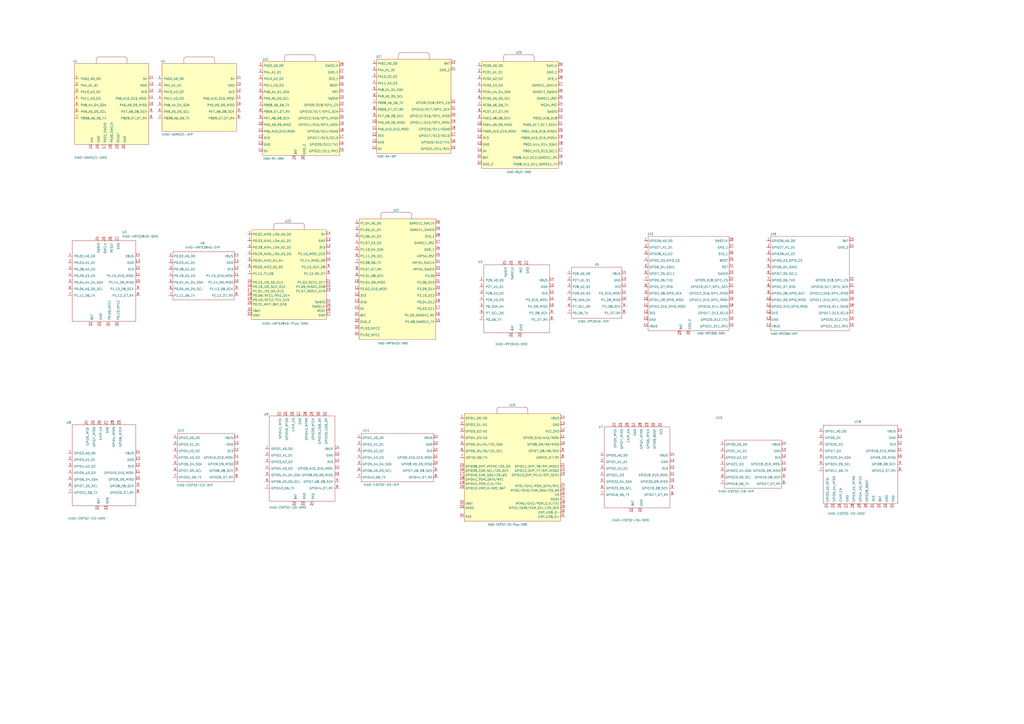
<source format=kicad_sch>
(kicad_sch (version 20250114) (generator "eeschema") (generator_version "9.0")
  (paper "A2")
  (lib_symbols
    (symbol "MCU_SEEED_XIAO_Series:XIAO-R4-DIP"
      (property "Reference" "U" (at -21.844 26.162 0))
      (property "Value" "XIAO-R4-DIP" (at -21.336 -31.75 0))
      (symbol "XIAO-R4-DIP_1_0"
        (pin passive line (at -24.13 22.86 0) (length 2.54) (name "PA02_A0_D0") (number "1"))
        (pin passive line (at -24.13 19.05 0) (length 2.54) (name "PA4_A1_D1") (number "2"))
        (pin passive line (at -24.13 15.24 0) (length 2.54) (name "PA10_A2_D2") (number "3"))
        (pin passive line (at -24.13 11.43 0) (length 2.54) (name "PA11_A3_D3") (number "4"))
        (pin passive line (at -24.13 7.62 0) (length 2.54) (name "PA8_A4_D4_SDA") (number "5"))
        (pin passive line (at -24.13 3.81 0) (length 2.54) (name "PA9_A5_D5_SCL") (number "6"))
        (pin passive line (at -24.13 0 0) (length 2.54) (name "PB08_A6_D6_TX") (number "7"))
        (pin passive line (at -24.13 -3.81 0) (length 2.54) (name "PB09_A7_D7_RX") (number "8"))
        (pin passive line (at -24.13 -7.62 0) (length 2.54) (name "PA7_A8_D8_SCK") (number "9"))
        (pin passive line (at -24.13 -11.43 0) (length 2.54) (name "PA5_A9_D9_MISO") (number "10"))
        (pin passive line (at -24.13 -15.24 0) (length 2.54) (name "PA6_A10_D10_MOSI") (number "11"))
        (pin passive line (at -24.13 -19.05 0) (length 2.54) (name "3V3") (number "12"))
        (pin passive line (at -24.13 -22.86 0) (length 2.54) (name "GND") (number "13"))
        (pin passive line (at -24.13 -26.67 0) (length 2.54) (name "5V") (number "14"))
      )
      (symbol "XIAO-R4-DIP_1_1"
        (pin passive line (at 24.13 22.86 180) (length 2.54) (name "BAT") (number "23"))
        (pin passive line (at 24.13 19.05 180) (length 2.54) (name "GND_2") (number "24"))
        (pin passive line (at 24.13 0 180) (length 2.54) (name "GPIO9/D18/SPI1_CS") (number "22"))
        (pin passive line (at 24.13 -3.81 180) (length 2.54) (name "GPIO10/D17/SPI1_SCK") (number "21"))
        (pin passive line (at 24.13 -7.62 180) (length 2.54) (name "GPIO12/D16/SPI1_MISO") (number "20"))
        (pin passive line (at 24.13 -11.43 180) (length 2.54) (name "GPIO11/D15/SPI1_MOSI") (number "19"))
        (pin passive line (at 24.13 -15.24 180) (length 2.54) (name "GPIO16/D14/SDA0") (number "18"))
        (pin passive line (at 24.13 -19.05 180) (length 2.54) (name "GPIO17/D13/SCL0") (number "17"))
        (pin passive line (at 24.13 -22.86 180) (length 2.54) (name "GPIO20/D12/TX1") (number "16"))
        (pin passive line (at 24.13 -26.67 180) (length 2.54) (name "GPIO21/D11/RX1") (number "15"))
      )
    )
    (symbol "MCU_SEEED_XIAO_Series:XIAO-R4-SMD"
      (property "Reference" "U" (at -21.59 25.908 0))
      (property "Value" "XIAO-R4-SMD" (at -21.336 -38.354 0))
      (symbol "XIAO-R4-SMD_1_0"
        (pin passive line (at -24.13 22.86 0) (length 2.54) (name "PA02_A0_D0") (number "1"))
        (pin passive line (at -24.13 19.05 0) (length 2.54) (name "PA4_A1_D1") (number "2"))
        (pin passive line (at -24.13 15.24 0) (length 2.54) (name "PA10_A2_D2") (number "3"))
        (pin passive line (at -24.13 11.43 0) (length 2.54) (name "PA11_A3_D3") (number "4"))
        (pin passive line (at -24.13 7.62 0) (length 2.54) (name "PA8_A4_D4_SDA") (number "5"))
        (pin passive line (at -24.13 3.81 0) (length 2.54) (name "PA9_A5_D5_SCL") (number "6"))
        (pin passive line (at -24.13 0 0) (length 2.54) (name "PB08_A6_D6_TX") (number "7"))
        (pin passive line (at -24.13 -3.81 0) (length 2.54) (name "PB09_A7_D7_RX") (number "8"))
        (pin passive line (at -24.13 -7.62 0) (length 2.54) (name "PA7_A8_D8_SCK") (number "9"))
        (pin passive line (at -24.13 -11.43 0) (length 2.54) (name "PA5_A9_D9_MISO") (number "10"))
        (pin passive line (at -24.13 -15.24 0) (length 2.54) (name "PA6_A10_D10_MOSI") (number "11"))
        (pin passive line (at -24.13 -19.05 0) (length 2.54) (name "3V3") (number "12"))
        (pin passive line (at -24.13 -22.86 0) (length 2.54) (name "GND") (number "13"))
        (pin passive line (at -24.13 -26.67 0) (length 2.54) (name "5V") (number "14"))
      )
      (symbol "XIAO-R4-SMD_1_1"
        (pin passive line (at -2.54 -31.75 90) (length 2.54) (name "BAT") (number "29"))
        (pin passive line (at 2.54 -31.75 90) (length 2.54) (name "GND_2") (number "30"))
        (pin passive line (at 25.4 22.86 180) (length 2.54) (name "SWDCLK") (number "28"))
        (pin passive line (at 25.4 19.05 180) (length 2.54) (name "GND_1") (number "27"))
        (pin passive line (at 25.4 15.24 180) (length 2.54) (name "3V3_1") (number "26"))
        (pin passive line (at 25.4 11.43 180) (length 2.54) (name "BOOT") (number "25"))
        (pin passive line (at 25.4 7.62 180) (length 2.54) (name "RST") (number "24"))
        (pin passive line (at 25.4 3.81 180) (length 2.54) (name "SWDIO") (number "23"))
        (pin passive line (at 25.4 0 180) (length 2.54) (name "GPIO9/D18/SPI1_CS") (number "22"))
        (pin passive line (at 25.4 -3.81 180) (length 2.54) (name "GPIO10/D17/SPI1_SCK") (number "21"))
        (pin passive line (at 25.4 -7.62 180) (length 2.54) (name "GPIO12/D16/SPI1_MISO") (number "20"))
        (pin passive line (at 25.4 -11.43 180) (length 2.54) (name "GPIO11/D15/SPI1_MOSI") (number "19"))
        (pin passive line (at 25.4 -15.24 180) (length 2.54) (name "GPIO16/D14/SDA0") (number "18"))
        (pin passive line (at 25.4 -19.05 180) (length 2.54) (name "GPIO17/D13/SCL0") (number "17"))
        (pin passive line (at 25.4 -22.86 180) (length 2.54) (name "GPIO20/D12/TX1") (number "16"))
        (pin passive line (at 25.4 -26.67 180) (length 2.54) (name "GPIO21/D11/RX1") (number "15"))
      )
    )
    (symbol "MCU_SEEED_XIAO_Series:XIAO-SAMD21-DIP" (pin_names (offset 1.016))
      (property "Reference" "U" (at -21.082 21.59 0))
      (property "Value" "XIAO-SAMD21-DIP" (at -12.7 -20.828 0))
      (symbol "XIAO-SAMD21-DIP_1_1"
        (pin passive line (at -24.13 11.43 0) (length 2.54) (name "PA02_A0_D0") (number "1"))
        (pin passive line (at -24.13 7.62 0) (length 2.54) (name "PA4_A1_D1") (number "2"))
        (pin passive line (at -24.13 3.81 0) (length 2.54) (name "PA10_A2_D2") (number "3"))
        (pin passive line (at -24.13 0 0) (length 2.54) (name "PA11_A3_D3") (number "4"))
        (pin passive line (at -24.13 -3.81 0) (length 2.54) (name "PA8_A4_D4_SDA") (number "5"))
        (pin passive line (at -24.13 -7.62 0) (length 2.54) (name "PA9_A5_D5_SCL") (number "6"))
        (pin passive line (at -24.13 -11.43 0) (length 2.54) (name "PB08_A6_D6_TX") (number "7"))
        (pin passive line (at 24.13 11.43 180) (length 2.54) (name "5V") (number "14"))
        (pin passive line (at 24.13 7.62 180) (length 2.54) (name "GND") (number "13"))
        (pin passive line (at 24.13 3.81 180) (length 2.54) (name "3V3") (number "12"))
        (pin passive line (at 24.13 0 180) (length 2.54) (name "PA6_A10_D10_MOSI") (number "11"))
        (pin passive line (at 24.13 -3.81 180) (length 2.54) (name "PA5_A9_D9_MISO") (number "10"))
        (pin passive line (at 24.13 -7.62 180) (length 2.54) (name "PA7_A8_D8_SCK") (number "9"))
        (pin passive line (at 24.13 -11.43 180) (length 2.54) (name "PB09_A7_D7_RX") (number "8"))
      )
    )
    (symbol "MCU_SEEED_XIAO_Series:XIAO-SAMD21-SMD" (pin_names (offset 1.016))
      (property "Reference" "U" (at -21.082 21.59 0))
      (property "Value" "XIAO-SAMD21-SMD" (at -12.192 -34.29 0))
      (symbol "XIAO-SAMD21-SMD_1_1"
        (pin passive line (at -21.59 11.43 0) (length 2.54) (name "PA02_A0_D0") (number "1"))
        (pin passive line (at -21.59 7.62 0) (length 2.54) (name "PA4_A1_D1") (number "2"))
        (pin passive line (at -21.59 3.81 0) (length 2.54) (name "PA10_A2_D2") (number "3"))
        (pin passive line (at -21.59 0 0) (length 2.54) (name "PA11_A3_D3") (number "4"))
        (pin passive line (at -21.59 -3.81 0) (length 2.54) (name "PA8_A4_D4_SDA") (number "5"))
        (pin passive line (at -21.59 -7.62 0) (length 2.54) (name "PA9_A5_D5_SCL") (number "6"))
        (pin passive line (at -21.59 -11.43 0) (length 2.54) (name "PB08_A6_D6_TX") (number "7"))
        (pin passive line (at -11.43 -29.21 90) (length 2.54) (name "VIN") (number "15"))
        (pin passive line (at -7.62 -29.21 90) (length 2.54) (name "GND") (number "16"))
        (pin passive line (at -3.81 -29.21 90) (length 2.54) (name "PA31_SWDIO") (number "17"))
        (pin passive line (at 0 -29.21 90) (length 2.54) (name "PA30_SWCLK") (number "18"))
        (pin passive line (at 3.81 -29.21 90) (length 2.54) (name "RESET") (number "19"))
        (pin passive line (at 7.62 -29.21 90) (length 2.54) (name "GND") (number "20"))
        (pin passive line (at 24.13 11.43 180) (length 2.54) (name "5V") (number "14"))
        (pin passive line (at 24.13 7.62 180) (length 2.54) (name "GND") (number "13"))
        (pin passive line (at 24.13 3.81 180) (length 2.54) (name "3V3") (number "12"))
        (pin passive line (at 24.13 0 180) (length 2.54) (name "PA6_A10_D10_MOSI") (number "11"))
        (pin passive line (at 24.13 -3.81 180) (length 2.54) (name "PA5_A9_D9_MISO") (number "10"))
        (pin passive line (at 24.13 -7.62 180) (length 2.54) (name "PA7_A8_D8_SCK") (number "9"))
        (pin passive line (at 24.13 -11.43 180) (length 2.54) (name "PB09_A7_D7_RX") (number "8"))
      )
    )
    (symbol "Seeed_Studio_XIAO_Series:XIAO-ESP32-C3-DIP"
      (property "Reference" "U" (at 1.016 2.794 0))
      (property "Value" "XIAO-ESP32-C3-DIP" (at 10.668 1.016 0))
      (symbol "XIAO-ESP32-C3-DIP_1_1"
        (pin passive line (at -2.54 -2.54 0) (length 2.54) (name "GPIO2_A0_D0") (number "1"))
        (pin passive line (at -2.54 -6.35 0) (length 2.54) (name "GPIO3_A1_D1") (number "2"))
        (pin passive line (at -2.54 -10.16 0) (length 2.54) (name "GPIO4_A2_D2") (number "3"))
        (pin passive line (at -2.54 -13.97 0) (length 2.54) (name "GPIO5_A3_D3") (number "4"))
        (pin passive line (at -2.54 -17.78 0) (length 2.54) (name "GPIO6_D4_SDA") (number "5"))
        (pin passive line (at -2.54 -21.59 0) (length 2.54) (name "GPIO7_D5_SCL") (number "6"))
        (pin passive line (at -2.54 -25.4 0) (length 2.54) (name "GPIO21_D6_TX") (number "7"))
        (pin passive line (at 35.56 -2.54 180) (length 2.54) (name "VBUS") (number "14"))
        (pin passive line (at 35.56 -6.35 180) (length 2.54) (name "GND") (number "13"))
        (pin passive line (at 35.56 -10.16 180) (length 2.54) (name "3V3") (number "12"))
        (pin passive line (at 35.56 -13.97 180) (length 2.54) (name "GPIO10_D10_MOSI") (number "11"))
        (pin passive line (at 35.56 -17.78 180) (length 2.54) (name "GPIO9_D9_MISO") (number "10"))
        (pin passive line (at 35.56 -21.59 180) (length 2.54) (name "GPIO8_D8_SCK") (number "9"))
        (pin passive line (at 35.56 -25.4 180) (length 2.54) (name "GPIO20_D7_RX") (number "8"))
      )
    )
    (symbol "Seeed_Studio_XIAO_Series:XIAO-ESP32-C3-SMD" (pin_names (offset 1.016))
      (property "Reference" "U" (at -18.542 23.114 0))
      (property "Value" "XIAO-ESP32-C3-SMD" (at -8.382 21.336 0))
      (symbol "XIAO-ESP32-C3-SMD_1_1"
        (pin passive line (at -21.59 3.81 0) (length 2.54) (name "GPIO2_A0_D0") (number "1"))
        (pin passive line (at -21.59 0 0) (length 2.54) (name "GPIO3_A1_D1") (number "2"))
        (pin passive line (at -21.59 -3.81 0) (length 2.54) (name "GPIO4_A2_D2") (number "3"))
        (pin passive line (at -21.59 -7.62 0) (length 2.54) (name "GPIO5_A3_D3") (number "4"))
        (pin passive line (at -21.59 -11.43 0) (length 2.54) (name "GPIO6_D4_SDA") (number "5"))
        (pin passive line (at -21.59 -15.24 0) (length 2.54) (name "GPIO7_D5_SCL") (number "6"))
        (pin passive line (at -21.59 -19.05 0) (length 2.54) (name "GPIO21_D6_TX") (number "7"))
        (pin passive line (at -10.16 22.86 270) (length 2.54) (name "GPIO5_MTDI") (number "24"))
        (pin passive line (at -6.35 22.86 270) (length 2.54) (name "GPIO7_MTDO") (number "25"))
        (pin passive line (at -3.81 -29.21 90) (length 2.54) (name "BAT") (number "32"))
        (pin passive line (at -2.54 22.86 270) (length 2.54) (name "CHIP_EN") (number "26"))
        (pin passive line (at 1.27 22.86 270) (length 2.54) (name "GND") (number "27"))
        (pin passive line (at 1.27 -29.21 90) (length 2.54) (name "GND") (number "33"))
        (pin passive line (at 5.08 22.86 270) (length 2.54) (name "GPIO4_MTMS") (number "28"))
        (pin passive line (at 8.89 22.86 270) (length 2.54) (name "GPIO6_MTCK") (number "29"))
        (pin passive line (at 20.32 3.81 180) (length 2.54) (name "VBUS") (number "14"))
        (pin passive line (at 20.32 0 180) (length 2.54) (name "GND") (number "13"))
        (pin passive line (at 20.32 -3.81 180) (length 2.54) (name "3V3") (number "12"))
        (pin passive line (at 20.32 -7.62 180) (length 2.54) (name "GPIO10_D10_MOSI") (number "11"))
        (pin passive line (at 20.32 -11.43 180) (length 2.54) (name "GPIO9_D9_MISO") (number "10"))
        (pin passive line (at 20.32 -15.24 180) (length 2.54) (name "GPIO8_D8_SCK") (number "9"))
        (pin passive line (at 20.32 -19.05 180) (length 2.54) (name "GPIO20_D7_RX") (number "8"))
      )
    )
    (symbol "Seeed_Studio_XIAO_Series:XIAO-ESP32-C5-SMD" (pin_names (offset 1.016))
      (property "Reference" "U" (at -19.558 24.638 0))
      (property "Value" "XIAO-ESP32-C5-SMD" (at -9.398 22.86 0))
      (symbol "XIAO-ESP32-C5-SMD_1_1"
        (pin passive line (at -21.59 17.78 0) (length 2.54) (name "GPIO1_A0_D0") (number "1"))
        (pin passive line (at -21.59 13.97 0) (length 2.54) (name "GPIO0_D1") (number "2"))
        (pin passive line (at -21.59 10.16 0) (length 2.54) (name "GPIO25_D2") (number "3"))
        (pin passive line (at -21.59 6.35 0) (length 2.54) (name "GPIO7_D3") (number "4"))
        (pin passive line (at -21.59 2.54 0) (length 2.54) (name "GPIO23_D4_SDA") (number "5"))
        (pin passive line (at -21.59 -1.27 0) (length 2.54) (name "GPIO24_D5_SCL") (number "6"))
        (pin passive line (at -21.59 -5.08 0) (length 2.54) (name "GPIO11_D6_TX") (number "7"))
        (pin passive line (at -16.51 -26.67 90) (length 2.54) (name "GPIO3_A2_MTDI") (number "24"))
        (pin passive line (at -12.7 -26.67 90) (length 2.54) (name "GPIO5_A4_MTDO") (number "25"))
        (pin passive line (at -8.89 -26.67 90) (length 2.54) (name "CHIP_EN") (number "26"))
        (pin passive line (at -5.08 -26.67 90) (length 2.54) (name "GND") (number "27"))
        (pin passive line (at -1.27 -26.67 90) (length 2.54) (name "GPIO2_A1_MTMS") (number "28"))
        (pin passive line (at 2.54 -26.67 90) (length 2.54) (name "GPIO4_A3_MTCK") (number "29"))
        (pin passive line (at 6.35 -26.67 90) (length 2.54) (name "GPIO28_BOOT") (number "30"))
        (pin passive line (at 10.16 -26.67 90) (length 2.54) (name "3V3") (number "31"))
        (pin passive line (at 13.97 -26.67 90) (length 2.54) (name "BAT") (number "32"))
        (pin passive line (at 17.78 -26.67 90) (length 2.54) (name "GND") (number "33"))
        (pin passive line (at 21.59 -26.67 90) (length 2.54) (name "PAD") (number "34"))
        (pin passive line (at 26.67 17.78 180) (length 2.54) (name "VBUS") (number "14"))
        (pin passive line (at 26.67 13.97 180) (length 2.54) (name "GND") (number "13"))
        (pin passive line (at 26.67 10.16 180) (length 2.54) (name "3V3") (number "12"))
        (pin passive line (at 26.67 6.35 180) (length 2.54) (name "GPIO18_D10_MOSI") (number "11"))
        (pin passive line (at 26.67 2.54 180) (length 2.54) (name "GPIO9_D9_MISO") (number "10"))
        (pin passive line (at 26.67 -1.27 180) (length 2.54) (name "GPIO8_D8_SCK") (number "9"))
        (pin passive line (at 26.67 -5.08 180) (length 2.54) (name "GPIO12_D7_RX") (number "8"))
      )
    )
    (symbol "Seeed_Studio_XIAO_Series:XIAO-ESP32-C6-DIP"
      (property "Reference" "U" (at -16.764 11.684 0))
      (property "Value" "XIAO-ESP32-C6-DIP" (at -7.112 9.906 0))
      (symbol "XIAO-ESP32-C6-DIP_1_1"
        (pin passive line (at -20.32 6.35 0) (length 2.54) (name "GPIO0_A0_D0") (number "1"))
        (pin passive line (at -20.32 2.54 0) (length 2.54) (name "GPIO1_A1_D1") (number "2"))
        (pin passive line (at -20.32 -1.27 0) (length 2.54) (name "GPIO2_A2_D2") (number "3"))
        (pin passive line (at -20.32 -5.08 0) (length 2.54) (name "GPIO21_D3") (number "4"))
        (pin passive line (at -20.32 -8.89 0) (length 2.54) (name "GPIO22_D4_SDA") (number "5"))
        (pin passive line (at -20.32 -12.7 0) (length 2.54) (name "GPIO23_D5_SCL") (number "6"))
        (pin passive line (at -20.32 -16.51 0) (length 2.54) (name "GPIO16_D6_TX") (number "7"))
        (pin passive line (at 17.78 6.35 180) (length 2.54) (name "VBUS") (number "14"))
        (pin passive line (at 17.78 2.54 180) (length 2.54) (name "GND") (number "13"))
        (pin passive line (at 17.78 -1.27 180) (length 2.54) (name "3V3") (number "12"))
        (pin passive line (at 17.78 -5.08 180) (length 2.54) (name "GPIO18_D10_MOSI") (number "11"))
        (pin passive line (at 17.78 -8.89 180) (length 2.54) (name "GPIO20_D9_MISO") (number "10"))
        (pin passive line (at 17.78 -12.7 180) (length 2.54) (name "GPIO19_D8_SCK") (number "9"))
        (pin passive line (at 17.78 -16.51 180) (length 2.54) (name "GPIO17_D7_RX") (number "8"))
      )
    )
    (symbol "Seeed_Studio_XIAO_Series:XIAO-ESP32-C6-SMD" (pin_names (offset 1.016))
      (property "Reference" "U" (at -18.542 23.114 0))
      (property "Value" "XIAO-ESP32-C6-SMD" (at -8.382 21.336 0))
      (symbol "XIAO-ESP32-C6-SMD_1_1"
        (pin passive line (at -21.59 3.81 0) (length 2.54) (name "GPIO0_A0_D0") (number "1"))
        (pin passive line (at -21.59 0 0) (length 2.54) (name "GPIO1_A1_D1") (number "2"))
        (pin passive line (at -21.59 -3.81 0) (length 2.54) (name "GPIO2_A2_D2") (number "3"))
        (pin passive line (at -21.59 -7.62 0) (length 2.54) (name "GPIO21_D3") (number "4"))
        (pin passive line (at -21.59 -11.43 0) (length 2.54) (name "GPIO22_D4_SDA") (number "5"))
        (pin passive line (at -21.59 -15.24 0) (length 2.54) (name "GPIO23_D5_SCL") (number "6"))
        (pin passive line (at -21.59 -19.05 0) (length 2.54) (name "GPIO16_D6_TX") (number "7"))
        (pin passive line (at -12.7 22.86 270) (length 2.54) (name "GPIO5_MTDI") (number "24"))
        (pin passive line (at -8.89 22.86 270) (length 2.54) (name "GPIO7_MTDO") (number "25"))
        (pin passive line (at -5.08 22.86 270) (length 2.54) (name "CHIP_EN") (number "26"))
        (pin passive line (at -2.54 -29.21 90) (length 2.54) (name "BAT") (number "32"))
        (pin passive line (at -1.27 22.86 270) (length 2.54) (name "GND") (number "27"))
        (pin passive line (at 2.54 22.86 270) (length 2.54) (name "GPIO4_MTMS") (number "28"))
        (pin passive line (at 2.54 -29.21 90) (length 2.54) (name "GND") (number "33"))
        (pin passive line (at 6.35 22.86 270) (length 2.54) (name "GPIO6_MTCK") (number "29"))
        (pin passive line (at 10.16 22.86 270) (length 2.54) (name "GPIO9_BOOT") (number "30"))
        (pin passive line (at 13.97 22.86 270) (length 2.54) (name "3V3") (number "31"))
        (pin passive line (at 21.59 3.81 180) (length 2.54) (name "VBUS") (number "14"))
        (pin passive line (at 21.59 0 180) (length 2.54) (name "GND") (number "13"))
        (pin passive line (at 21.59 -3.81 180) (length 2.54) (name "3V3") (number "12"))
        (pin passive line (at 21.59 -7.62 180) (length 2.54) (name "GPIO18_D10_MOSI") (number "11"))
        (pin passive line (at 21.59 -11.43 180) (length 2.54) (name "GPIO20_D9_MISO") (number "10"))
        (pin passive line (at 21.59 -15.24 180) (length 2.54) (name "GPIO19_D8_SCK") (number "9"))
        (pin passive line (at 21.59 -19.05 180) (length 2.54) (name "GPIO17_D7_RX") (number "8"))
      )
    )
    (symbol "Seeed_Studio_XIAO_Series:XIAO-ESP32-S3 Plus-SMD_33P"
      (property "Reference" "U19" (at 6.35 19.05 0))
      (property "Value" "XIAO-ESP32-S3-Plus-SMD" (at 6.35 16.51 0))
      (symbol "XIAO-ESP32-S3 Plus-SMD_33P_1_0"
        (pin passive line (at -24.13 11.43 0) (length 2.54) (name "GPIO1_D0/A0") (number "1"))
        (pin passive line (at -24.13 7.62 0) (length 2.54) (name "GPIO2_D1/A1") (number "2"))
        (pin passive line (at -24.13 3.81 0) (length 2.54) (name "GPIO3_D2/A2") (number "3"))
        (pin passive line (at -24.13 0 0) (length 2.54) (name "GPIO4_D3/A3") (number "4"))
        (pin passive line (at -24.13 -3.81 0) (length 2.54) (name "GPIO5_D4/A4/I2C_SDA") (number "5"))
        (pin passive line (at -24.13 -7.62 0) (length 2.54) (name "GPIO6_D5/A5/I2C_SCL") (number "6"))
        (pin passive line (at -24.13 -11.43 0) (length 2.54) (name "U0TXD_D6/TX") (number "7"))
        (pin passive line (at 36.83 11.43 180) (length 2.54) (name "VBUS") (number "14"))
        (pin passive line (at 36.83 7.62 180) (length 2.54) (name "GND") (number "13"))
        (pin passive line (at 36.83 3.81 180) (length 2.54) (name "VCC_3V3") (number "12"))
        (pin passive line (at 36.83 0 180) (length 2.54) (name "GPIO9_D10/A10/MOSI") (number "11"))
        (pin passive line (at 36.83 -3.81 180) (length 2.54) (name "GPIO8_D9/A9/MISO") (number "10"))
        (pin passive line (at 36.83 -7.62 180) (length 2.54) (name "GPIO7_D8/A8/SCK") (number "9"))
        (pin passive line (at 36.83 -11.43 180) (length 2.54) (name "U0RXD_D7/RX") (number "8"))
      )
      (symbol "XIAO-ESP32-S3 Plus-SMD_33P_1_1"
        (pin passive line (at -24.13 -16.51 0) (length 2.54) (name "GPIO38_DVP_VSYNC/I2S_SD") (number "15"))
        (pin passive line (at -24.13 -19.05 0) (length 2.54) (name "GPIO39_CAM_SCL/I2S_SCK") (number "16"))
        (pin passive line (at -24.13 -21.59 0) (length 2.54) (name "GPIO40_CAM_SDA/I2S_WS") (number "17"))
        (pin passive line (at -24.13 -24.13 0) (length 2.54) (name "GPIO41_PDM_DATA/RX1") (number "18"))
        (pin passive line (at -24.13 -26.67 0) (length 2.54) (name "GPIO42_PDM_CLK/TX1") (number "19"))
        (pin passive line (at -24.13 -29.21 0) (length 2.54) (name "GPIO10_XMCLK/ADC_BAT") (number "20"))
        (pin passive line (at -24.13 -38.1 0) (length 2.54) (name "VBAT") (number "32"))
        (pin passive line (at -24.13 -40.64 0) (length 2.54) (name "GND2") (number "33"))
        (pin passive line (at -24.13 -45.72 0) (length 2.54) (name "PAD") (number "34"))
        (pin passive line (at 36.83 -16.51 180) (length 2.54) (name "GPIO11_DVP_Y8/SPI_MOSI1") (number "21"))
        (pin passive line (at 36.83 -19.05 180) (length 2.54) (name "GPIO12_DVP_Y7/SPI_MISO1") (number "22"))
        (pin passive line (at 36.83 -21.59 180) (length 2.54) (name "GPIO13_DVP_PCLK/SPI_SCK1") (number "23"))
        (pin passive line (at 36.83 -27.94 180) (length 2.54) (name "MTDI/IO41/PDM_DATA/RX1") (number "24"))
        (pin passive line (at 36.83 -30.48 180) (length 2.54) (name "MTDO/IO40/CAM_SDA/I2S_WS") (number "25"))
        (pin passive line (at 36.83 -33.02 180) (length 2.54) (name "EN") (number "26"))
        (pin passive line (at 36.83 -35.56 180) (length 2.54) (name "GND1") (number "27"))
        (pin passive line (at 36.83 -38.1 180) (length 2.54) (name "MTMS/IO42/PDM_CLK/TX1") (number "28"))
        (pin passive line (at 36.83 -40.64 180) (length 2.54) (name "MTCK/IO39/CAM_SCL/I2S_SCK") (number "29"))
        (pin passive line (at 36.83 -43.18 180) (length 2.54) (name "ESP_USB_D-") (number "30"))
        (pin passive line (at 36.83 -45.72 180) (length 2.54) (name "ESP_USB_D+") (number "31"))
      )
    )
    (symbol "Seeed_Studio_XIAO_Series:XIAO-ESP32-S3-DIP"
      (property "Reference" "U" (at 1.27 0.508 0))
      (property "Value" "XIAO-ESP32-S3-DIP" (at 9.652 -1.778 0))
      (symbol "XIAO-ESP32-S3-DIP_1_0"
        (pin passive line (at -2.54 -5.08 0) (length 2.54) (name "GPIO1_A0_D0") (number "1"))
        (pin passive line (at -2.54 -8.89 0) (length 2.54) (name "GPIO2_A1_D1") (number "2"))
        (pin passive line (at -2.54 -12.7 0) (length 2.54) (name "GPIO3_A2_D2") (number "3"))
        (pin passive line (at -2.54 -16.51 0) (length 2.54) (name "GPIO4_A3_D3") (number "4"))
        (pin passive line (at -2.54 -20.32 0) (length 2.54) (name "GPIO5_A4_D4_SDA") (number "5"))
        (pin passive line (at -2.54 -24.13 0) (length 2.54) (name "GPIO6_A5_D5_SCL") (number "6"))
        (pin passive line (at -2.54 -27.94 0) (length 2.54) (name "GPIO43_D6_TX") (number "7"))
        (pin passive line (at 44.45 -5.08 180) (length 2.54) (name "VBUS") (number "14"))
        (pin passive line (at 44.45 -8.89 180) (length 2.54) (name "GND") (number "13"))
        (pin passive line (at 44.45 -12.7 180) (length 2.54) (name "3V3") (number "12"))
        (pin passive line (at 44.45 -16.51 180) (length 2.54) (name "GPIO9_A10_D10_MOSI") (number "11"))
        (pin passive line (at 44.45 -20.32 180) (length 2.54) (name "GPIO8_A9_D9_MISO") (number "10"))
        (pin passive line (at 44.45 -24.13 180) (length 2.54) (name "GPIO7_A8_D8_SCK") (number "9"))
        (pin passive line (at 44.45 -27.94 180) (length 2.54) (name "GPIO44_D7_RX") (number "8"))
      )
    )
    (symbol "Seeed_Studio_XIAO_Series:XIAO-ESP32-S3-SMD" (pin_names (offset 1.016))
      (property "Reference" "U" (at -18.542 23.114 0))
      (property "Value" "XIAO-ESP32-S3-SMD" (at -8.382 21.336 0))
      (symbol "XIAO-ESP32-S3-SMD_1_0"
        (pin passive line (at -21.59 1.27 0) (length 2.54) (name "GPIO1_A0_D0") (number "1"))
        (pin passive line (at -21.59 -2.54 0) (length 2.54) (name "GPIO2_A1_D1") (number "2"))
        (pin passive line (at -21.59 -6.35 0) (length 2.54) (name "GPIO3_A2_D2") (number "3"))
        (pin passive line (at -21.59 -10.16 0) (length 2.54) (name "GPIO4_A3_D3") (number "4"))
        (pin passive line (at -21.59 -13.97 0) (length 2.54) (name "GPIO5_A4_D4_SDA") (number "5"))
        (pin passive line (at -21.59 -17.78 0) (length 2.54) (name "GPIO6_A5_D5_SCL") (number "6"))
        (pin passive line (at -21.59 -21.59 0) (length 2.54) (name "GPIO43_D6_TX") (number "7"))
        (pin passive line (at 21.59 1.27 180) (length 2.54) (name "VBUS") (number "14"))
        (pin passive line (at 21.59 -2.54 180) (length 2.54) (name "GND") (number "13"))
        (pin passive line (at 21.59 -6.35 180) (length 2.54) (name "3V3") (number "12"))
        (pin passive line (at 21.59 -10.16 180) (length 2.54) (name "GPIO9_A10_D10_MOSI") (number "11"))
        (pin passive line (at 21.59 -13.97 180) (length 2.54) (name "GPIO8_A9_D9_MISO") (number "10"))
        (pin passive line (at 21.59 -17.78 180) (length 2.54) (name "GPIO7_A8_D8_SCK") (number "9"))
        (pin passive line (at 21.59 -21.59 180) (length 2.54) (name "GPIO44_D7_RX") (number "8"))
      )
      (symbol "XIAO-ESP32-S3-SMD_1_1"
        (pin passive line (at -12.7 22.86 270) (length 2.54) (name "GPIO41_MTDI") (number "24"))
        (pin passive line (at -8.89 22.86 270) (length 2.54) (name "GPIO40_MTDO") (number "25"))
        (pin passive line (at -5.08 22.86 270) (length 2.54) (name "CHIP_EN") (number "26"))
        (pin passive line (at -3.81 -31.75 90) (length 2.54) (name "BAT") (number "32"))
        (pin passive line (at -1.27 22.86 270) (length 2.54) (name "GND") (number "27"))
        (pin passive line (at 1.27 -31.75 90) (length 2.54) (name "GND") (number "33"))
        (pin passive line (at 2.54 22.86 270) (length 2.54) (name "GPIO42_MTMS") (number "28"))
        (pin passive line (at 6.35 22.86 270) (length 2.54) (name "GPIO39_MTCK") (number "29"))
        (pin passive line (at 6.35 -31.75 90) (length 2.54) (name "PAD") (number "34"))
        (pin passive line (at 10.16 22.86 270) (length 2.54) (name "GPIO19_USB_DN") (number "30"))
        (pin passive line (at 13.97 22.86 270) (length 2.54) (name "GPIO20_USB_DP") (number "31"))
      )
    )
    (symbol "Seeed_Studio_XIAO_Series:XIAO-MG24-SMD"
      (property "Reference" "U20" (at -0.0381 30.48 0))
      (property "Value" "XIAO-MG24-SMD" (at -0.0381 27.94 0))
      (symbol "XIAO-MG24-SMD_1_0"
        (pin passive line (at -24.13 22.86 0) (length 2.54) (name "PC00_A0_D0") (number "1"))
        (pin passive line (at -24.13 19.05 0) (length 2.54) (name "PC01_A1_D1") (number "2"))
        (pin passive line (at -24.13 15.24 0) (length 2.54) (name "PC02_A2_D2") (number "3"))
        (pin passive line (at -24.13 11.43 0) (length 2.54) (name "PC03_A3_D3") (number "4"))
        (pin passive line (at -24.13 7.62 0) (length 2.54) (name "PC04_A4_D4_SDA") (number "5"))
        (pin passive line (at -24.13 3.81 0) (length 2.54) (name "PC05_A5_D5_SCL") (number "6"))
        (pin passive line (at -24.13 0 0) (length 2.54) (name "PC06_A6_D6_TX") (number "7"))
        (pin passive line (at -24.13 -3.81 0) (length 2.54) (name "PC07_A7_D7_RX") (number "8"))
        (pin passive line (at -24.13 -7.62 0) (length 2.54) (name "PA03_A8_D8_SCK") (number "9"))
        (pin passive line (at -24.13 -11.43 0) (length 2.54) (name "PA04_A9_D9_MISO") (number "10"))
        (pin passive line (at -24.13 -15.24 0) (length 2.54) (name "PA05_A10_D10_MOSI") (number "11"))
        (pin passive line (at -24.13 -19.05 0) (length 2.54) (name "3V3") (number "12"))
        (pin passive line (at -24.13 -22.86 0) (length 2.54) (name "GND") (number "13"))
        (pin passive line (at -24.13 -26.67 0) (length 2.54) (name "5V") (number "14"))
      )
      (symbol "XIAO-MG24-SMD_1_1"
        (pin passive line (at -24.13 -30.48 0) (length 2.54) (name "BAT") (number "31"))
        (pin passive line (at -24.13 -34.29 0) (length 2.54) (name "GND_2") (number "32"))
        (pin passive line (at 25.4 22.86 180) (length 2.54) (name "SWCLK") (number "30"))
        (pin passive line (at 25.4 19.05 180) (length 2.54) (name "GND_1") (number "29"))
        (pin passive line (at 25.4 15.24 180) (length 2.54) (name "3V3_1") (number "28"))
        (pin passive line (at 25.4 11.43 180) (length 2.54) (name "SAMD11_SWCLK") (number "27"))
        (pin passive line (at 25.4 7.62 180) (length 2.54) (name "SAMD11_SWDIO") (number "26"))
        (pin passive line (at 25.4 3.81 180) (length 2.54) (name "SAMD11_RST") (number "25"))
        (pin passive line (at 25.4 0 180) (length 2.54) (name "MG24_RST") (number "24"))
        (pin passive line (at 25.4 -3.81 180) (length 2.54) (name "SWDIO") (number "23"))
        (pin passive line (at 25.4 -7.62 180) (length 2.54) (name "PD02_A18_D18") (number "22"))
        (pin passive line (at 25.4 -11.43 180) (length 2.54) (name "PA00_A17_D17_SCK1") (number "21"))
        (pin passive line (at 25.4 -15.24 180) (length 2.54) (name "PB01_A16_D16_MISO1") (number "20"))
        (pin passive line (at 25.4 -19.05 180) (length 2.54) (name "PB00_A15_D15_MOSI1") (number "19"))
        (pin passive line (at 25.4 -22.86 180) (length 2.54) (name "PB02_A14_D14_SDA1") (number "18"))
        (pin passive line (at 25.4 -26.67 180) (length 2.54) (name "PB02_A13_D13_SCL1") (number "17"))
        (pin passive line (at 25.4 -30.48 180) (length 2.54) (name "PA08_A12_D12_SAMD11_RX") (number "16"))
        (pin passive line (at 25.4 -34.29 180) (length 2.54) (name "PA08_A11_D11_SAMD11_TX") (number "15"))
      )
    )
    (symbol "Seeed_Studio_XIAO_Series:XIAO-RP2040-DIP"
      (property "Reference" "U" (at -11.938 -1.524 0))
      (property "Value" "XIAO-RP2040-DIP" (at -3.556 -3.556 0))
      (symbol "XIAO-RP2040-DIP_1_1"
        (pin passive line (at -15.24 -8.89 0) (length 2.54) (name "P26_A0_D0") (number "1"))
        (pin passive line (at -15.24 -12.7 0) (length 2.54) (name "P27_A1_D1") (number "2"))
        (pin passive line (at -15.24 -16.51 0) (length 2.54) (name "P28_A2_D2") (number "3"))
        (pin passive line (at -15.24 -20.32 0) (length 2.54) (name "P29_A3_D3") (number "4"))
        (pin passive line (at -15.24 -24.13 0) (length 2.54) (name "P6_SDA_D4") (number "5"))
        (pin passive line (at -15.24 -27.94 0) (length 2.54) (name "P7_SCL_D5") (number "6"))
        (pin passive line (at -15.24 -31.75 0) (length 2.54) (name "P0_D6_TX") (number "7"))
        (pin passive line (at 19.05 -8.89 180) (length 2.54) (name "VBUS") (number "14"))
        (pin passive line (at 19.05 -12.7 180) (length 2.54) (name "GND") (number "13"))
        (pin passive line (at 19.05 -16.51 180) (length 2.54) (name "3V3") (number "12"))
        (pin passive line (at 19.05 -20.32 180) (length 2.54) (name "P3_D10_MOSI") (number "11"))
        (pin passive line (at 19.05 -24.13 180) (length 2.54) (name "P4_D9_MISO") (number "10"))
        (pin passive line (at 19.05 -27.94 180) (length 2.54) (name "P2_D8_SCK") (number "9"))
        (pin passive line (at 19.05 -31.75 180) (length 2.54) (name "P1_D7_RX") (number "8"))
      )
    )
    (symbol "Seeed_Studio_XIAO_Series:XIAO-RP2040-SMD" (pin_names (offset 1.016))
      (property "Reference" "U" (at -18.796 24.384 0))
      (property "Value" "XIAO-RP2040-SMD" (at -9.906 22.098 0))
      (symbol "XIAO-RP2040-SMD_1_1"
        (pin passive line (at -21.59 11.43 0) (length 2.54) (name "P26_A0_D0") (number "1"))
        (pin passive line (at -21.59 7.62 0) (length 2.54) (name "P27_A1_D1") (number "2"))
        (pin passive line (at -21.59 3.81 0) (length 2.54) (name "P28_A2_D2") (number "3"))
        (pin passive line (at -21.59 0 0) (length 2.54) (name "P29_A3_D3") (number "4"))
        (pin passive line (at -21.59 -3.81 0) (length 2.54) (name "P6_SDA_D4") (number "5"))
        (pin passive line (at -21.59 -7.62 0) (length 2.54) (name "P7_SCL_D5") (number "6"))
        (pin passive line (at -21.59 -11.43 0) (length 2.54) (name "P0_D6_TX") (number "7"))
        (pin passive line (at -6.35 22.86 270) (length 2.54) (name "SWDIO") (number "24"))
        (pin passive line (at -2.54 22.86 270) (length 2.54) (name "SWDCLK") (number "25"))
        (pin passive line (at -2.54 -21.59 90) (length 2.54) (name "BAT") (number "32"))
        (pin passive line (at 2.54 22.86 270) (length 2.54) (name "RST") (number "26"))
        (pin passive line (at 2.54 -21.59 90) (length 2.54) (name "GND") (number "33"))
        (pin passive line (at 6.35 22.86 270) (length 2.54) (name "GND") (number "27"))
        (pin passive line (at 21.59 11.43 180) (length 2.54) (name "VBUS") (number "14"))
        (pin passive line (at 21.59 7.62 180) (length 2.54) (name "GND") (number "13"))
        (pin passive line (at 21.59 3.81 180) (length 2.54) (name "3V3") (number "12"))
        (pin passive line (at 21.59 0 180) (length 2.54) (name "P3_D10_MOSI") (number "11"))
        (pin passive line (at 21.59 -3.81 180) (length 2.54) (name "P4_D9_MISO") (number "10"))
        (pin passive line (at 21.59 -7.62 180) (length 2.54) (name "P2_D8_SCK") (number "9"))
        (pin passive line (at 21.59 -11.43 180) (length 2.54) (name "P1_D7_RX") (number "8"))
      )
    )
    (symbol "Seeed_Studio_XIAO_Series:XIAO-RP2350-DIP"
      (property "Reference" "U" (at -21.59 26.162 0))
      (property "Value" "XIAO-RP2350-DIP" (at -21.59 -31.75 0))
      (symbol "XIAO-RP2350-DIP_1_0"
        (pin passive line (at -24.13 22.86 0) (length 2.54) (name "GPIO26_A0_D0") (number "1"))
        (pin passive line (at -24.13 19.05 0) (length 2.54) (name "GPIO27_A1_D1") (number "2"))
        (pin passive line (at -24.13 15.24 0) (length 2.54) (name "GPIO28_A2_D2") (number "3"))
        (pin passive line (at -24.13 11.43 0) (length 2.54) (name "GPIO5_D3_SPI0_CS") (number "4"))
        (pin passive line (at -24.13 7.62 0) (length 2.54) (name "GPIO6_D4_SDA1") (number "5"))
        (pin passive line (at -24.13 3.81 0) (length 2.54) (name "GPIO7_D5_SCL1") (number "6"))
        (pin passive line (at -24.13 0 0) (length 2.54) (name "GPIO0_D6_TXO") (number "7"))
        (pin passive line (at -24.13 -3.81 0) (length 2.54) (name "GPIO1_D7_RX0") (number "8"))
        (pin passive line (at -24.13 -7.62 0) (length 2.54) (name "GPIO2_D8_SPI0_SCK") (number "9"))
        (pin passive line (at -24.13 -11.43 0) (length 2.54) (name "GPIO4_D9_SPI0_MISO") (number "10"))
        (pin passive line (at -24.13 -15.24 0) (length 2.54) (name "GPIO3_D10_SPI0_MOSI") (number "11"))
        (pin passive line (at -24.13 -19.05 0) (length 2.54) (name "3V3") (number "12"))
        (pin passive line (at -24.13 -22.86 0) (length 2.54) (name "GND") (number "13"))
        (pin passive line (at -24.13 -26.67 0) (length 2.54) (name "VBUS") (number "14"))
      )
      (symbol "XIAO-RP2350-DIP_1_1"
        (pin passive line (at 26.67 22.86 180) (length 2.54) (name "BAT") (number "23"))
        (pin passive line (at 26.67 19.05 180) (length 2.54) (name "GND_2") (number "24"))
        (pin passive line (at 26.67 0 180) (length 2.54) (name "GPIO9_D18_SPI1_CS") (number "22"))
        (pin passive line (at 26.67 -3.81 180) (length 2.54) (name "GPIO10_D17_SPI1_SCK") (number "21"))
        (pin passive line (at 26.67 -7.62 180) (length 2.54) (name "GPIO12_D16_SPI1_MISO") (number "20"))
        (pin passive line (at 26.67 -11.43 180) (length 2.54) (name "GPIO11_D15_SPI1_MOSI") (number "19"))
        (pin passive line (at 26.67 -15.24 180) (length 2.54) (name "GPIO16_D14_SDA0") (number "18"))
        (pin passive line (at 26.67 -19.05 180) (length 2.54) (name "GPIO17_D13_SCL0") (number "17"))
        (pin passive line (at 26.67 -22.86 180) (length 2.54) (name "GPIO20_D12_TX1") (number "16"))
        (pin passive line (at 26.67 -26.67 180) (length 2.54) (name "GPIO21_D11_RX1") (number "15"))
      )
    )
    (symbol "Seeed_Studio_XIAO_Series:XIAO-RP2350-SMD"
      (property "Reference" "U" (at -21.59 27.432 0))
      (property "Value" "XIAO-RP2350-SMD" (at -21.59 25.654 0))
      (symbol "XIAO-RP2350-SMD_1_0"
        (pin passive line (at -24.13 22.86 0) (length 2.54) (name "GPIO26_A0_D0") (number "1"))
        (pin passive line (at -24.13 19.05 0) (length 2.54) (name "GPIO27_A1_D1") (number "2"))
        (pin passive line (at -24.13 15.24 0) (length 2.54) (name "GPIO28_A2_D2") (number "3"))
        (pin passive line (at -24.13 11.43 0) (length 2.54) (name "GPIO5_D3_SPI0_CS") (number "4"))
        (pin passive line (at -24.13 7.62 0) (length 2.54) (name "GPIO6_D4_SDA1") (number "5"))
        (pin passive line (at -24.13 3.81 0) (length 2.54) (name "GPIO7_D5_SCL1") (number "6"))
        (pin passive line (at -24.13 0 0) (length 2.54) (name "GPIO0_D6_TXO") (number "7"))
        (pin passive line (at -24.13 -3.81 0) (length 2.54) (name "GPIO1_D7_RX0") (number "8"))
        (pin passive line (at -24.13 -7.62 0) (length 2.54) (name "GPIO2_D8_SPI0_SCK") (number "9"))
        (pin passive line (at -24.13 -11.43 0) (length 2.54) (name "GPIO4_D9_SPI0_MISO") (number "10"))
        (pin passive line (at -24.13 -15.24 0) (length 2.54) (name "GPIO3_D10_SPI0_MOSI") (number "11"))
        (pin passive line (at -24.13 -19.05 0) (length 2.54) (name "3V3") (number "12"))
        (pin passive line (at -24.13 -22.86 0) (length 2.54) (name "GND") (number "13"))
        (pin passive line (at -24.13 -26.67 0) (length 2.54) (name "VBUS") (number "14"))
      )
      (symbol "XIAO-RP2350-SMD_1_1"
        (pin passive line (at -2.54 -31.75 90) (length 2.54) (name "BAT") (number "29"))
        (pin passive line (at 2.54 -31.75 90) (length 2.54) (name "GND_2") (number "30"))
        (pin passive line (at 27.94 22.86 180) (length 2.54) (name "SWDCLK") (number "28"))
        (pin passive line (at 27.94 19.05 180) (length 2.54) (name "GND_1") (number "27"))
        (pin passive line (at 27.94 15.24 180) (length 2.54) (name "3V3_1") (number "26"))
        (pin passive line (at 27.94 11.43 180) (length 2.54) (name "BOOT") (number "25"))
        (pin passive line (at 27.94 7.62 180) (length 2.54) (name "RST") (number "24"))
        (pin passive line (at 27.94 3.81 180) (length 2.54) (name "SWDIO") (number "23"))
        (pin passive line (at 27.94 0 180) (length 2.54) (name "GPIO9_D18_SPI1_CS") (number "22"))
        (pin passive line (at 27.94 -3.81 180) (length 2.54) (name "GPIO10_D17_SPI1_SCK") (number "21"))
        (pin passive line (at 27.94 -7.62 180) (length 2.54) (name "GPIO12_D16_SPI1_MISO") (number "20"))
        (pin passive line (at 27.94 -11.43 180) (length 2.54) (name "GPIO11_D15_SPI1_MOSI") (number "19"))
        (pin passive line (at 27.94 -15.24 180) (length 2.54) (name "GPIO16_D14_SDA0") (number "18"))
        (pin passive line (at 27.94 -19.05 180) (length 2.54) (name "GPIO17_D13_SCL0") (number "17"))
        (pin passive line (at 27.94 -22.86 180) (length 2.54) (name "GPIO20_D12_TX1") (number "16"))
        (pin passive line (at 27.94 -26.67 180) (length 2.54) (name "GPIO21_D11_RX1") (number "15"))
      )
    )
    (symbol "Seeed_Studio_XIAO_Series:XIAO-nRF52840-DIP"
      (property "Reference" "U" (at -3.048 1.778 0))
      (property "Value" "XIAO-nRF52840-DIP" (at 5.842 -0.254 0))
      (symbol "XIAO-nRF52840-DIP_1_0"
        (pin passive line (at -6.35 -3.81 0) (length 2.54) (name "P0.02_A0_D0") (number "1"))
        (pin passive line (at -6.35 -7.62 0) (length 2.54) (name "P0.03_A1_D1") (number "2"))
        (pin passive line (at -6.35 -11.43 0) (length 2.54) (name "P0.28_A2_D2") (number "3"))
        (pin passive line (at -6.35 -15.24 0) (length 2.54) (name "P0.29_A3_D3") (number "4"))
        (pin passive line (at -6.35 -19.05 0) (length 2.54) (name "P0.04_A4_D4_SDA") (number "5"))
        (pin passive line (at -6.35 -22.86 0) (length 2.54) (name "P0.05_A5_D5_SCL") (number "6"))
        (pin passive line (at -6.35 -26.67 0) (length 2.54) (name "P1.11_D6_TX") (number "7"))
        (pin passive line (at 34.29 -3.81 180) (length 2.54) (name "VBUS") (number "14"))
        (pin passive line (at 34.29 -7.62 180) (length 2.54) (name "GND") (number "13"))
        (pin passive line (at 34.29 -11.43 180) (length 2.54) (name "3V3") (number "12"))
        (pin passive line (at 34.29 -15.24 180) (length 2.54) (name "P1.15_D10_MOSI") (number "11"))
        (pin passive line (at 34.29 -19.05 180) (length 2.54) (name "P1.14_D9_MISO") (number "10"))
        (pin passive line (at 34.29 -22.86 180) (length 2.54) (name "P1.13_D8_SCK") (number "9"))
        (pin passive line (at 34.29 -26.67 180) (length 2.54) (name "P1.12_D7_RX") (number "8"))
      )
    )
    (symbol "Seeed_Studio_XIAO_Series:XIAO-nRF52840-SMD" (pin_names (offset 1.016))
      (property "Reference" "U" (at -18.542 31.242 0))
      (property "Value" "XIAO-nRF52840-SMD" (at -8.636 29.21 0))
      (symbol "XIAO-nRF52840-SMD_1_0"
        (pin passive line (at -21.59 19.05 0) (length 2.54) (name "P0.02_A0_D0") (number "1"))
        (pin passive line (at -21.59 15.24 0) (length 2.54) (name "P0.03_A1_D1") (number "2"))
        (pin passive line (at -21.59 11.43 0) (length 2.54) (name "P0.28_A2_D2") (number "3"))
        (pin passive line (at -21.59 7.62 0) (length 2.54) (name "P0.29_A3_D3") (number "4"))
        (pin passive line (at -21.59 3.81 0) (length 2.54) (name "P0.04_A4_D4_SDA") (number "5"))
        (pin passive line (at -21.59 0 0) (length 2.54) (name "P0.05_A5_D5_SCL") (number "6"))
        (pin passive line (at -21.59 -3.81 0) (length 2.54) (name "P1.11_D6_TX") (number "7"))
        (pin passive line (at 20.32 19.05 180) (length 2.54) (name "VBUS") (number "14"))
        (pin passive line (at 20.32 15.24 180) (length 2.54) (name "GND") (number "13"))
        (pin passive line (at 20.32 11.43 180) (length 2.54) (name "3V3") (number "12"))
        (pin passive line (at 20.32 7.62 180) (length 2.54) (name "P1.15_D10_MOSI") (number "11"))
        (pin passive line (at 20.32 3.81 180) (length 2.54) (name "P1.14_D9_MISO") (number "10"))
        (pin passive line (at 20.32 0 180) (length 2.54) (name "P1.13_D8_SCK") (number "9"))
        (pin passive line (at 20.32 -3.81 180) (length 2.54) (name "P1.12_D7_RX") (number "8"))
      )
      (symbol "XIAO-nRF52840-SMD_1_1"
        (pin passive line (at -7.62 -21.59 90) (length 2.54) (name "BAT") (number "32"))
        (pin passive line (at -3.81 30.48 270) (length 2.54) (name "SWDIO") (number "24"))
        (pin passive line (at -2.54 -21.59 90) (length 2.54) (name "GND") (number "33"))
        (pin passive line (at 0 30.48 270) (length 2.54) (name "SWCLK") (number "25"))
        (pin passive line (at 2.54 -21.59 90) (length 2.54) (name "P0.09_NFC1") (number "34"))
        (pin passive line (at 3.81 30.48 270) (length 2.54) (name "RESET") (number "26"))
        (pin passive line (at 7.62 30.48 270) (length 2.54) (name "GND") (number "27"))
        (pin passive line (at 7.62 -21.59 90) (length 2.54) (name "P0.10_NFC2") (number "35"))
      )
    )
    (symbol "Seeed_Studio_XIAO_Series:XIAO-nRF52840_Plus_SMD"
      (property "Reference" "U22" (at 20.9169 5.08 0))
      (property "Value" "XIAO-nRF52840-Plus-SMD" (at 20.9169 2.54 0))
      (symbol "XIAO-nRF52840_Plus_SMD_1_0"
        (pin passive line (at -2.54 -2.54 0) (length 2.54) (name "P0.02_AIN0_LOW_A0_D0") (number "1"))
        (pin passive line (at -2.54 -6.35 0) (length 2.54) (name "P0.03_AIN1_LOW_A1_D1") (number "2"))
        (pin passive line (at -2.54 -10.16 0) (length 2.54) (name "P0.28_AIN4_LOW_A2_D2") (number "3"))
        (pin passive line (at -2.54 -13.97 0) (length 2.54) (name "P0.29_AIN5_LOW_A3_D3") (number "4"))
        (pin passive line (at -2.54 -17.78 0) (length 2.54) (name "P0.04_AIN2_A4_D4") (number "5"))
        (pin passive line (at -2.54 -21.59 0) (length 2.54) (name "P0.05_AIN3_A5_D5") (number "6"))
        (pin passive line (at -2.54 -25.4 0) (length 2.54) (name "P1.11_TX_D6") (number "7"))
        (pin passive line (at 45.72 -2.54 180) (length 2.54) (name "5V") (number "14"))
        (pin passive line (at 45.72 -6.35 180) (length 2.54) (name "GND") (number "13"))
        (pin passive line (at 45.72 -10.16 180) (length 2.54) (name "3V3") (number "12"))
        (pin passive line (at 45.72 -13.97 180) (length 2.54) (name "P1.15_MOSI_D10") (number "11"))
        (pin passive line (at 45.72 -17.78 180) (length 2.54) (name "P1.14_MISO_D9") (number "10"))
        (pin passive line (at 45.72 -21.59 180) (length 2.54) (name "P1.13_SCK_D8") (number "9"))
        (pin passive line (at 45.72 -25.4 180) (length 2.54) (name "P1.12_RX_D7") (number "8"))
      )
      (symbol "XIAO-nRF52840_Plus_SMD_1_1"
        (pin passive line (at -2.54 -30.48 0) (length 2.54) (name "P0.15_I2S_SD_D11") (number "15"))
        (pin passive line (at -2.54 -33.02 0) (length 2.54) (name "P0.19_I2S_SCK_D12") (number "16"))
        (pin passive line (at -2.54 -35.56 0) (length 2.54) (name "P1.01_I2S_WS_D13") (number "17"))
        (pin passive line (at -2.54 -38.1 0) (length 2.54) (name "P0.09/NFC1/RX1_D14") (number "18"))
        (pin passive line (at -2.54 -40.64 0) (length 2.54) (name "P0.10/NFC2/TX1_D15") (number "19"))
        (pin passive line (at -2.54 -43.18 0) (length 2.54) (name "P0.31_AIN7_BAT_D16") (number "20"))
        (pin passive line (at -2.54 -46.99 0) (length 2.54) (name "VBAT") (number "32"))
        (pin passive line (at -2.54 -49.53 0) (length 2.54) (name "GND") (number "33"))
        (pin passive line (at 45.72 -30.48 180) (length 2.54) (name "P1.03_SCK1_D17") (number "21"))
        (pin passive line (at 45.72 -33.02 180) (length 2.54) (name "P1.05_MISO1_D18") (number "22"))
        (pin passive line (at 45.72 -35.56 180) (length 2.54) (name "P1.07_MOSI1_D19") (number "23"))
        (pin passive line (at 45.72 -41.91 180) (length 2.54) (name "SWDIO") (number "24"))
        (pin passive line (at 45.72 -44.45 180) (length 2.54) (name "SWDCLK") (number "25"))
        (pin passive line (at 45.72 -46.99 180) (length 2.54) (name "REST") (number "26"))
        (pin passive line (at 45.72 -49.53 180) (length 2.54) (name "GND") (number "27"))
      )
    )
    (symbol "Seeed_Studio_XIAO_Series:XIAO-nRF54l15-SMD"
      (property "Reference" "U21" (at -0.0381 38.1 0))
      (property "Value" "XIAO-nRF54l15-SMD" (at -0.0381 35.56 0))
      (symbol "XIAO-nRF54l15-SMD_1_0"
        (pin passive line (at -24.13 30.48 0) (length 2.54) (name "P1.04_A0_D0") (number "1"))
        (pin passive line (at -24.13 26.67 0) (length 2.54) (name "P1.05_A1_D1") (number "2"))
        (pin passive line (at -24.13 22.86 0) (length 2.54) (name "P1.06_A2_D2") (number "3"))
        (pin passive line (at -24.13 19.05 0) (length 2.54) (name "P1.07_A3_D3") (number "4"))
        (pin passive line (at -24.13 15.24 0) (length 2.54) (name "P1.10_D4_SDA") (number "5"))
        (pin passive line (at -24.13 11.43 0) (length 2.54) (name "P1.11_D5_SCL") (number "6"))
        (pin passive line (at -24.13 7.62 0) (length 2.54) (name "P2.08_D6_TX") (number "7"))
        (pin passive line (at -24.13 3.81 0) (length 2.54) (name "P2.07_D7_RX") (number "8"))
        (pin passive line (at -24.13 0 0) (length 2.54) (name "P2.01_D8_SCK") (number "9"))
        (pin passive line (at -24.13 -3.81 0) (length 2.54) (name "P2.04_D9_MISO") (number "10"))
        (pin passive line (at -24.13 -7.62 0) (length 2.54) (name "P2.02_D10_MOSI") (number "11"))
        (pin passive line (at -24.13 -11.43 0) (length 2.54) (name "3V3") (number "12"))
        (pin passive line (at -24.13 -15.24 0) (length 2.54) (name "GND") (number "13"))
        (pin passive line (at -24.13 -19.05 0) (length 2.54) (name "5V") (number "14"))
      )
      (symbol "XIAO-nRF54l15-SMD_1_1"
        (pin passive line (at -24.13 -22.86 0) (length 2.54) (name "BAT") (number "31"))
        (pin passive line (at -24.13 -26.67 0) (length 2.54) (name "GND_2") (number "32"))
        (pin passive line (at -24.13 -30.48 0) (length 2.54) (name "P1.03_NFC2") (number "33"))
        (pin passive line (at -24.13 -34.29 0) (length 2.54) (name "P1.02_NFC1") (number "34"))
        (pin passive line (at 25.4 30.48 180) (length 2.54) (name "SAMD11_SWCLK") (number "30"))
        (pin passive line (at 25.4 26.67 180) (length 2.54) (name "SAMD11_SWDIO") (number "29"))
        (pin passive line (at 25.4 22.86 180) (length 2.54) (name "3V3_1") (number "28"))
        (pin passive line (at 25.4 19.05 180) (length 2.54) (name "SAMD11_RST") (number "27"))
        (pin passive line (at 25.4 15.24 180) (length 2.54) (name "GND_1") (number "26"))
        (pin passive line (at 25.4 11.43 180) (length 2.54) (name "nRF54_RST") (number "25"))
        (pin passive line (at 25.4 7.62 180) (length 2.54) (name "nRF54_SWCLK") (number "24"))
        (pin passive line (at 25.4 3.81 180) (length 2.54) (name "nRF54_SWDIO") (number "23"))
        (pin passive line (at 25.4 0 180) (length 2.54) (name "P2.00") (number "22"))
        (pin passive line (at 25.4 -3.81 180) (length 2.54) (name "P2.06_D15") (number "21"))
        (pin passive line (at 25.4 -7.62 180) (length 2.54) (name "P2.09_D14") (number "20"))
        (pin passive line (at 25.4 -11.43 180) (length 2.54) (name "P2.10_D13") (number "19"))
        (pin passive line (at 25.4 -15.24 180) (length 2.54) (name "P0.04_D12") (number "18"))
        (pin passive line (at 25.4 -19.05 180) (length 2.54) (name "P0.03_D11") (number "17"))
        (pin passive line (at 25.4 -22.86 180) (length 2.54) (name "P1.09_SAMD11_RX") (number "16"))
        (pin passive line (at 25.4 -26.67 180) (length 2.54) (name "P1.08_SAMD11_TX") (number "15"))
      )
    )
  )
  (symbol (lib_id "Seeed_Studio_XIAO_Series:XIAO-ESP32-C3-SMD") (at 60.96 266.7 0) (unit 1)
    (property "Reference" "U8" (at 39.878 245.11 0))
    (property "Value" "XIAO-ESP32-C3-SMD" (at 50.292 300.736 0))
    (property "Footprint" "Seeed_Studio_XIAO_Series:XIAO-ESP32-C3-SMD" (effects (hide yes)))
  )
  (symbol (lib_id "MCU_SEEED_XIAO_Series:XIAO-R4-DIP") (at 240.03 59.69 0) (unit 1)
    (property "Reference" "U17" (at 218.186 33.528 0) (effects (font (size 1.27 1.0795)) (justify left bottom)))
    (property "Value" "XIAO-R4-DIP" (at 218.694 91.44 0) (effects (font (size 1.27 1.0795)) (justify left bottom)))
    (property "Footprint" "MCU_SEEED_XIAO_Series:XIAO-R4-DIP" (effects (hide yes)))
  )
  (symbol (lib_id "Seeed_Studio_XIAO_Series:XIAO-ESP32-C5-SMD") (at 496.57 267.97 0) (unit 1)
    (property "Reference" "U18" (at 495.554 244.602 0) (effects (justify left)))
    (property "Value" "XIAO-ESP32-C5-SMD" (at 480.06 297.942 0) (effects (justify left)))
    (property "Footprint" "Seeed_Studio_XIAO_Series:XIAO-ESP32-C5-SMD" (effects (hide yes)))
  )
  (symbol (lib_id "Seeed_Studio_XIAO_Series:XIAO-ESP32-C6-DIP") (at 438.15 264.16 0) (unit 1)
    (property "Reference" "U10" (at 417.068 242.316 0))
    (property "Value" "XIAO-ESP32-C6-DIP" (at 426.974 284.988 0))
    (property "Footprint" "Seeed_Studio_XIAO_Series:XIAO-ESP32-C6-DIP" (effects (hide yes)))
  )
  (symbol (lib_id "Seeed_Studio_XIAO_Series:XIAO-nRF54l15-SMD") (at 229.87 160.02 0) (unit 1)
    (property "Reference" "U21" (at 229.8319 121.92 0) (effects (font (size 1.27 1.0795))))
    (property "Value" "XIAO-nRF54l15-SMD" (at 227.838 199.136 0) (effects (font (size 1.27 1.0795))))
    (property "Footprint" "Seeed_Studio_XIAO_Series:XIAO-nRF54l15-SMD" (effects (hide yes)))
  )
  (symbol (lib_id "Seeed_Studio_XIAO_Series:XIAO-RP2040-DIP") (at 344.17 149.86 0) (unit 1)
    (property "Reference" "U5" (at 346.202 153.416 0))
    (property "Value" "XIAO-RP2040-DIP" (at 344.17 186.436 0))
    (property "Footprint" "Seeed_Studio_XIAO_Series:XIAO-RP2040-DIP" (effects (hide yes)))
  )
  (symbol (lib_id "Seeed_Studio_XIAO_Series:XIAO-ESP32-S3-SMD") (at 175.26 261.62 0) (unit 1)
    (property "Reference" "U9" (at 154.432 240.284 0))
    (property "Value" "XIAO-ESP32-S3-SMD" (at 166.878 294.386 0))
    (property "Footprint" "Seeed_Studio_XIAO_Series:XIAO-ESP32-S3-SMD" (effects (hide yes)))
  )
  (symbol (lib_id "Seeed_Studio_XIAO_Series:XIAO-ESP32-C3-DIP") (at 102.87 251.46 0) (unit 1)
    (property "Reference" "U12" (at 104.902 249.682 0))
    (property "Value" "XIAO-ESP32-C3-DIP" (at 113.03 281.432 0))
    (property "Footprint" "Seeed_Studio_XIAO_Series:XIAO-ESP32-C3-DIP" (effects (hide yes)))
  )
  (symbol (lib_id "Seeed_Studio_XIAO_Series:XIAO-ESP32-C6-SMD") (at 369.57 267.97 0) (unit 1)
    (property "Reference" "U7" (at 348.488 247.65 0))
    (property "Value" "XIAO-ESP32-C6-SMD" (at 365.76 301.752 0))
    (property "Footprint" "Seeed_Studio_XIAO_Series:XIAO-ESP32-C6-SMD" (effects (hide yes)))
  )
  (symbol (lib_id "Seeed_Studio_XIAO_Series:XIAO-RP2350-SMD") (at 397.51 162.56 0) (unit 1)
    (property "Reference" "U13" (at 375.666 136.398 0) (effects (font (size 1.27 1.0795)) (justify left bottom)))
    (property "Value" "XIAO-RP2350-SMD" (at 404.368 194.056 0) (effects (font (size 1.27 1.0795)) (justify left bottom)))
    (property "Footprint" "Seeed_Studio_XIAO_Series:XIAO-RP2350-SMD" (effects (hide yes)))
  )
  (symbol (lib_id "Seeed_Studio_XIAO_Series:XIAO-ESP32-S3 Plus-SMD_33P") (at 290.83 254 0) (unit 1)
    (property "Reference" "U19" (at 297.18 234.95 0) (effects (font (size 1.27 1.0795))))
    (property "Value" "XIAO-ESP32-S3-Plus-SMD" (at 294.386 304.292 0) (effects (font (size 1.27 1.0795))))
    (property "Footprint" "Seeed_Studio_XIAO_Series:XIAO-ESP32-S3-Plus-SMD" (effects (hide yes)))
    (property "Description" "XIAO-HALF-HOLE-33P" (effects (hide yes)))
    (property "SKU" "XIAO-HALF-HOLE-33P" (effects (hide yes)))
  )
  (symbol (lib_id "Seeed_Studio_XIAO_Series:XIAO-nRF52840-SMD") (at 60.96 167.64 0) (unit 1)
    (property "Reference" "U3" (at 70.7233 134.62 0) (effects (justify left)))
    (property "Value" "XIAO-nRF52840-SMD" (at 70.7233 137.16 0) (effects (justify left)))
    (property "Footprint" "Seeed_Studio_XIAO_Series:XIAO-nRF52840-SMD" (effects (hide yes)))
  )
  (symbol (lib_id "MCU_SEEED_XIAO_Series:XIAO-SAMD21-SMD") (at 64.77 57.15 0) (unit 1)
    (property "Reference" "U1" (at 43.688 35.56 0))
    (property "Value" "XIAO-SAMD21-SMD" (at 52.578 91.44 0))
    (property "Footprint" "MCU_SEEED_XIAO_Series:XIAO-SAMD21-SMD" (effects (hide yes)))
  )
  (symbol (lib_id "Seeed_Studio_XIAO_Series:XIAO-MG24-SMD") (at 300.99 60.96 0) (unit 1)
    (property "Reference" "U20" (at 300.9519 30.48 0) (effects (font (size 1.27 1.0795))))
    (property "Value" "XIAO-MG24-SMD" (at 300.99 99.822 0) (effects (font (size 1.27 1.0795))))
    (property "Footprint" "Seeed_Studio_XIAO_Series:XIAO-MG24-SMD" (effects (hide yes)))
  )
  (symbol (lib_id "Seeed_Studio_XIAO_Series:XIAO-ESP32-S3-DIP") (at 209.55 248.92 0) (unit 1)
    (property "Reference" "U11" (at 212.344 249.682 0))
    (property "Value" "XIAO-ESP32-S3-DIP" (at 221.234 281.178 0))
    (property "Footprint" "Seeed_Studio_XIAO_Series:XIAO-ESP32-S3-DIP" (effects (hide yes)))
  )
  (symbol (lib_id "MCU_SEEED_XIAO_Series:XIAO-R4-SMD") (at 173.99 60.96 0) (unit 1)
    (property "Reference" "U14" (at 152.4 35.052 0) (effects (font (size 1.27 1.0795)) (justify left bottom)))
    (property "Value" "XIAO-R4-SMD" (at 152.654 92.71 0) (effects (font (size 1.27 1.0795)) (justify left bottom)))
    (property "Footprint" "MCU_SEEED_XIAO_Series:XIAO-R4-SMD" (effects (hide yes)))
  )
  (symbol (lib_id "Seeed_Studio_XIAO_Series:XIAO-RP2040-SMD") (at 299.72 173.99 0) (unit 1)
    (property "Reference" "U2" (at 278.638 151.892 0))
    (property "Value" "XIAO-RP2040-SMD" (at 296.672 199.644 0))
    (property "Footprint" "Seeed_Studio_XIAO_Series:XIAO-RP2040-SMD" (effects (hide yes)))
  )
  (symbol (lib_id "Seeed_Studio_XIAO_Series:XIAO-nRF52840_Plus_SMD") (at 146.05 133.35 0) (unit 1)
    (property "Reference" "U22" (at 166.9669 128.27 0))
    (property "Value" "XIAO-nRF52840-Plus-SMD" (at 165.354 187.706 0))
    (property "Footprint" "Seeed_Studio_XIAO_Series:XIAO-nRF52840-Plus-SMD" (effects (hide yes)))
  )
  (symbol (lib_id "Seeed_Studio_XIAO_Series:XIAO-nRF52840-DIP") (at 104.14 144.78 0) (unit 1)
    (property "Reference" "U6" (at 117.475 140.97 0))
    (property "Value" "XIAO-nRF52840-DIP" (at 117.475 143.51 0))
    (property "Footprint" "Seeed_Studio_XIAO_Series:XIAO-nRF52840-DIP" (effects (hide yes)))
  )
  (symbol (lib_id "Seeed_Studio_XIAO_Series:XIAO-RP2350-DIP") (at 468.63 162.56 0) (unit 1)
    (property "Reference" "U16" (at 447.04 136.398 0) (effects (font (size 1.27 1.0795)) (justify left bottom)))
    (property "Value" "XIAO-RP2350-DIP" (at 447.04 194.31 0) (effects (font (size 1.27 1.0795)) (justify left bottom)))
    (property "Footprint" "Seeed_Studio_XIAO_Series:XIAO-RP2350-DIP" (effects (hide yes)))
  )
  (symbol (lib_id "MCU_SEEED_XIAO_Series:XIAO-SAMD21-DIP") (at 115.57 57.15 0) (unit 1)
    (property "Reference" "U4" (at 94.488 35.56 0))
    (property "Value" "XIAO-SAMD21-DIP" (at 102.87 77.978 0))
    (property "Footprint" "MCU_SEEED_XIAO_Series:XIAO-SAMD21-DIP" (effects (hide yes)))
  )
)
</source>
